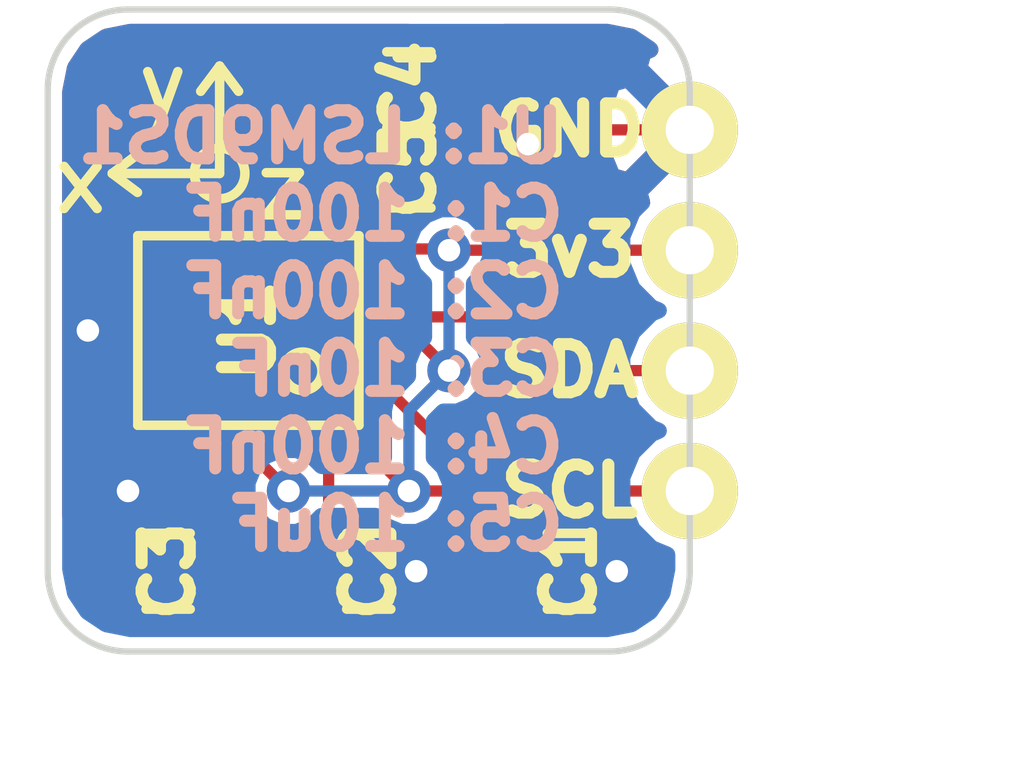
<source format=kicad_pcb>
(kicad_pcb (version 4) (host pcbnew "(2015-07-22 BZR 5980)-product")

  (general
    (links 27)
    (no_connects 0)
    (area 144.729999 100.279999 162.610001 113.080001)
    (thickness 1.6)
    (drawings 11)
    (tracks 68)
    (zones 0)
    (modules 7)
    (nets 12)
  )

  (page A4)
  (layers
    (0 F.Cu signal)
    (31 B.Cu signal)
    (32 B.Adhes user)
    (33 F.Adhes user)
    (34 B.Paste user)
    (35 F.Paste user)
    (36 B.SilkS user)
    (37 F.SilkS user)
    (38 B.Mask user)
    (39 F.Mask user)
    (40 Dwgs.User user)
    (41 Cmts.User user)
    (42 Eco1.User user)
    (43 Eco2.User user)
    (44 Edge.Cuts user)
    (45 Margin user)
    (46 B.CrtYd user)
    (47 F.CrtYd user)
    (48 B.Fab user)
    (49 F.Fab user)
  )

  (setup
    (last_trace_width 0.1778)
    (trace_clearance 0.1778)
    (zone_clearance 0.1778)
    (zone_45_only no)
    (trace_min 0.1778)
    (segment_width 0.2)
    (edge_width 0.1)
    (via_size 0.6858)
    (via_drill 0.3556)
    (via_min_size 0.6858)
    (via_min_drill 0.3556)
    (uvia_size 0.3)
    (uvia_drill 0.1)
    (uvias_allowed no)
    (uvia_min_size 0)
    (uvia_min_drill 0)
    (pcb_text_width 0.3)
    (pcb_text_size 1.5 1.5)
    (mod_edge_width 0.15)
    (mod_text_size 1 1)
    (mod_text_width 0.15)
    (pad_size 1.5 1.5)
    (pad_drill 0.6)
    (pad_to_mask_clearance 0)
    (aux_axis_origin 0 0)
    (visible_elements FFFFFF7F)
    (pcbplotparams
      (layerselection 0x00030_80000001)
      (usegerberextensions false)
      (excludeedgelayer true)
      (linewidth 0.100000)
      (plotframeref false)
      (viasonmask false)
      (mode 1)
      (useauxorigin false)
      (hpglpennumber 1)
      (hpglpenspeed 20)
      (hpglpendiameter 15)
      (hpglpenoverlay 2)
      (psnegative false)
      (psa4output false)
      (plotreference true)
      (plotvalue true)
      (plotinvisibletext false)
      (padsonsilk false)
      (subtractmaskfromsilk false)
      (outputformat 1)
      (mirror false)
      (drillshape 1)
      (scaleselection 1)
      (outputdirectory ""))
  )

  (net 0 "")
  (net 1 +3V3)
  (net 2 GND)
  (net 3 "Net-(C2-Pad1)")
  (net 4 "Net-(C3-Pad1)")
  (net 5 /SDA)
  (net 6 /SCL)
  (net 7 "Net-(U1-Pad9)")
  (net 8 "Net-(U1-Pad10)")
  (net 9 "Net-(U1-Pad11)")
  (net 10 "Net-(U1-Pad12)")
  (net 11 "Net-(U1-Pad13)")

  (net_class Default "This is the default net class."
    (clearance 0.1778)
    (trace_width 0.1778)
    (via_dia 0.6858)
    (via_drill 0.3556)
    (uvia_dia 0.3)
    (uvia_drill 0.1)
    (add_net +3V3)
    (add_net /SCL)
    (add_net /SDA)
    (add_net GND)
    (add_net "Net-(C2-Pad1)")
    (add_net "Net-(C3-Pad1)")
    (add_net "Net-(U1-Pad10)")
    (add_net "Net-(U1-Pad11)")
    (add_net "Net-(U1-Pad12)")
    (add_net "Net-(U1-Pad13)")
    (add_net "Net-(U1-Pad9)")
  )

  (module Pin_Headers:Pin_Header_Straight_1x04 (layer F.Cu) (tedit 55B7A27B) (tstamp 55B2BFCB)
    (at 162.56 107.95)
    (descr "Through hole pin header")
    (tags "pin header")
    (path /55B29D44)
    (fp_text reference P1 (at 0 -8.9) (layer F.SilkS) hide
      (effects (font (size 1 1) (thickness 0.15)))
    )
    (fp_text value CONN_01X04 (at 0 -6.9) (layer F.Fab) hide
      (effects (font (size 1 1) (thickness 0.15)))
    )
    (fp_text user SCL (at -1.905 2.54) (layer F.SilkS)
      (effects (font (size 0.762 0.762) (thickness 0.1905)))
    )
    (fp_text user SDA (at -1.905 0.635) (layer F.SilkS)
      (effects (font (size 0.762 0.762) (thickness 0.1905)))
    )
    (fp_text user GND (at -1.905 -3.175) (layer F.SilkS)
      (effects (font (size 0.762 0.762) (thickness 0.1905)))
    )
    (fp_text user 3v3 (at -1.905 -1.27) (layer F.SilkS)
      (effects (font (size 0.762 0.762) (thickness 0.1905)))
    )
    (pad 1 thru_hole circle (at 0 -3.175) (size 1.524 1.524) (drill 0.762) (layers *.Cu *.Mask F.SilkS)
      (net 2 GND))
    (pad 2 thru_hole circle (at 0 -1.27) (size 1.524 1.524) (drill 0.762) (layers *.Cu *.Mask F.SilkS)
      (net 1 +3V3))
    (pad 3 thru_hole circle (at 0 0.635) (size 1.524 1.524) (drill 0.762) (layers *.Cu *.Mask F.SilkS)
      (net 5 /SDA))
    (pad 4 thru_hole circle (at 0 2.54) (size 1.524 1.524) (drill 0.762) (layers *.Cu *.Mask F.SilkS)
      (net 6 /SCL))
    (model Pin_Headers.3dshapes/Pin_Header_Straight_1x04.wrl
      (at (xyz 0 -0.15 0))
      (scale (xyz 1 1 1))
      (rotate (xyz 0 0 90))
    )
  )

  (module LGA-24L (layer F.Cu) (tedit 55B79FC0) (tstamp 55B2BFEB)
    (at 155.575 107.95 180)
    (path /55B29330)
    (fp_text reference U1 (at 0 0 270) (layer F.SilkS)
      (effects (font (size 0.762 0.762) (thickness 0.1905)))
    )
    (fp_text value LSM9DS1 (at 0 -5.59 180) (layer F.Fab) hide
      (effects (font (size 1.5 1.5) (thickness 0.15)))
    )
    (fp_text user z (at -0.545 2.285 180) (layer F.SilkS)
      (effects (font (size 1 1) (thickness 0.15)))
    )
    (fp_circle (center 0.455 2.485) (end 0.455 2.085) (layer F.SilkS) (width 0.15))
    (fp_text user y (at 1.355 3.885 180) (layer F.SilkS)
      (effects (font (size 1 1) (thickness 0.15)))
    )
    (fp_text user x (at 2.655 2.385 180) (layer F.SilkS)
      (effects (font (size 1 1) (thickness 0.15)))
    )
    (fp_line (start 0.455 4.185) (end 0.755 3.785) (layer F.SilkS) (width 0.15))
    (fp_line (start 0.455 2.485) (end 0.455 4.185) (layer F.SilkS) (width 0.15))
    (fp_line (start 0.455 4.185) (end 0.155 3.785) (layer F.SilkS) (width 0.15))
    (fp_line (start 2.155 2.485) (end 1.755 2.785) (layer F.SilkS) (width 0.15))
    (fp_line (start 0.455 2.485) (end 2.155 2.485) (layer F.SilkS) (width 0.15))
    (fp_line (start 2.155 2.485) (end 1.755 2.185) (layer F.SilkS) (width 0.15))
    (fp_circle (center -0.86 -0.645) (end -0.645 -0.43) (layer F.SilkS) (width 0.15))
    (fp_line (start 1.75 -1.5) (end -1.75 -1.5) (layer F.SilkS) (width 0.15))
    (fp_line (start -1.75 -1.5) (end -1.75 1.5) (layer F.SilkS) (width 0.15))
    (fp_line (start 1.75 -1.5) (end 1.75 1.5) (layer F.SilkS) (width 0.15))
    (fp_line (start 1.75 1.5) (end -1.75 1.5) (layer F.SilkS) (width 0.15))
    (pad 1 smd rect (at -1.505 -1.29 180) (size 0.25 0.5) (layers F.Cu F.Paste F.Mask)
      (net 1 +3V3))
    (pad 2 smd rect (at -1.505 -0.645 180) (size 0.5 0.25) (layers F.Cu F.Paste F.Mask)
      (net 6 /SCL))
    (pad 3 smd rect (at -1.505 -0.215 180) (size 0.5 0.25) (layers F.Cu F.Paste F.Mask)
      (net 1 +3V3))
    (pad 4 smd rect (at -1.505 0.215 180) (size 0.5 0.25) (layers F.Cu F.Paste F.Mask)
      (net 5 /SDA))
    (pad 5 smd rect (at -1.505 0.645 180) (size 0.5 0.25) (layers F.Cu F.Paste F.Mask)
      (net 1 +3V3))
    (pad 6 smd rect (at -1.505 1.29 180) (size 0.25 0.5) (layers F.Cu F.Paste F.Mask)
      (net 1 +3V3))
    (pad 7 smd rect (at -1.075 1.29 180) (size 0.25 0.5) (layers F.Cu F.Paste F.Mask)
      (net 1 +3V3))
    (pad 8 smd rect (at -0.645 1.29 180) (size 0.25 0.5) (layers F.Cu F.Paste F.Mask)
      (net 1 +3V3))
    (pad 9 smd rect (at -0.215 1.29 180) (size 0.25 0.5) (layers F.Cu F.Paste F.Mask)
      (net 7 "Net-(U1-Pad9)"))
    (pad 10 smd rect (at 0.215 1.29 180) (size 0.25 0.5) (layers F.Cu F.Paste F.Mask)
      (net 8 "Net-(U1-Pad10)"))
    (pad 11 smd rect (at 0.645 1.29 180) (size 0.25 0.5) (layers F.Cu F.Paste F.Mask)
      (net 9 "Net-(U1-Pad11)"))
    (pad 12 smd rect (at 1.075 1.29 180) (size 0.25 0.5) (layers F.Cu F.Paste F.Mask)
      (net 10 "Net-(U1-Pad12)"))
    (pad 13 smd rect (at 1.505 1.29 180) (size 0.25 0.5) (layers F.Cu F.Paste F.Mask)
      (net 11 "Net-(U1-Pad13)"))
    (pad 14 smd rect (at 1.505 0.645 180) (size 0.5 0.25) (layers F.Cu F.Paste F.Mask)
      (net 2 GND))
    (pad 15 smd rect (at 1.505 0.215 180) (size 0.5 0.25) (layers F.Cu F.Paste F.Mask)
      (net 2 GND))
    (pad 16 smd rect (at 1.505 -0.215 180) (size 0.5 0.25) (layers F.Cu F.Paste F.Mask)
      (net 2 GND))
    (pad 17 smd rect (at 1.505 -0.645 180) (size 0.5 0.25) (layers F.Cu F.Paste F.Mask)
      (net 2 GND))
    (pad 18 smd rect (at 1.505 -1.29 180) (size 0.25 0.5) (layers F.Cu F.Paste F.Mask)
      (net 2 GND))
    (pad 19 smd rect (at 1.075 -1.29 180) (size 0.25 0.5) (layers F.Cu F.Paste F.Mask)
      (net 2 GND))
    (pad 20 smd rect (at 0.645 -1.29 180) (size 0.25 0.5) (layers F.Cu F.Paste F.Mask)
      (net 2 GND))
    (pad 21 smd rect (at 0.215 -1.29 180) (size 0.25 0.5) (layers F.Cu F.Paste F.Mask)
      (net 4 "Net-(C3-Pad1)"))
    (pad 22 smd rect (at -0.215 -1.29 180) (size 0.25 0.5) (layers F.Cu F.Paste F.Mask)
      (net 1 +3V3))
    (pad 23 smd rect (at -0.645 -1.29 180) (size 0.25 0.5) (layers F.Cu F.Paste F.Mask)
      (net 1 +3V3))
    (pad 24 smd rect (at -1.075 -1.29 180) (size 0.25 0.5) (layers F.Cu F.Paste F.Mask)
      (net 3 "Net-(C2-Pad1)"))
  )

  (module Capacitors_SMD:C_0603 (layer F.Cu) (tedit 55B79FCB) (tstamp 55B2BFAB)
    (at 160.655 111.76)
    (descr "Capacitor SMD 0603, reflow soldering, AVX (see smccp.pdf)")
    (tags "capacitor 0603")
    (path /55B29881)
    (attr smd)
    (fp_text reference C1 (at 0 0 90) (layer F.SilkS)
      (effects (font (size 0.762 0.762) (thickness 0.1905)))
    )
    (fp_text value 100nF (at 0 1.9) (layer F.Fab) hide
      (effects (font (size 1 1) (thickness 0.15)))
    )
    (fp_line (start -1.45 -0.75) (end 1.45 -0.75) (layer F.CrtYd) (width 0.05))
    (fp_line (start -1.45 0.75) (end 1.45 0.75) (layer F.CrtYd) (width 0.05))
    (fp_line (start -1.45 -0.75) (end -1.45 0.75) (layer F.CrtYd) (width 0.05))
    (fp_line (start 1.45 -0.75) (end 1.45 0.75) (layer F.CrtYd) (width 0.05))
    (fp_line (start -0.35 -0.6) (end 0.35 -0.6) (layer F.SilkS) (width 0.15))
    (fp_line (start 0.35 0.6) (end -0.35 0.6) (layer F.SilkS) (width 0.15))
    (pad 1 smd rect (at -0.75 0) (size 0.8 0.75) (layers F.Cu F.Paste F.Mask)
      (net 1 +3V3))
    (pad 2 smd rect (at 0.75 0) (size 0.8 0.75) (layers F.Cu F.Paste F.Mask)
      (net 2 GND))
    (model Capacitors_SMD.3dshapes/C_0603.wrl
      (at (xyz 0 0 0))
      (scale (xyz 1 1 1))
      (rotate (xyz 0 0 0))
    )
  )

  (module Capacitors_SMD:C_0603 (layer F.Cu) (tedit 55B79FC7) (tstamp 55B2BFB1)
    (at 157.48 111.76)
    (descr "Capacitor SMD 0603, reflow soldering, AVX (see smccp.pdf)")
    (tags "capacitor 0603")
    (path /55B295B0)
    (attr smd)
    (fp_text reference C2 (at 0 0 90) (layer F.SilkS)
      (effects (font (size 0.762 0.762) (thickness 0.1905)))
    )
    (fp_text value 100nF (at 0 1.9) (layer F.Fab) hide
      (effects (font (size 1 1) (thickness 0.15)))
    )
    (fp_line (start -1.45 -0.75) (end 1.45 -0.75) (layer F.CrtYd) (width 0.05))
    (fp_line (start -1.45 0.75) (end 1.45 0.75) (layer F.CrtYd) (width 0.05))
    (fp_line (start -1.45 -0.75) (end -1.45 0.75) (layer F.CrtYd) (width 0.05))
    (fp_line (start 1.45 -0.75) (end 1.45 0.75) (layer F.CrtYd) (width 0.05))
    (fp_line (start -0.35 -0.6) (end 0.35 -0.6) (layer F.SilkS) (width 0.15))
    (fp_line (start 0.35 0.6) (end -0.35 0.6) (layer F.SilkS) (width 0.15))
    (pad 1 smd rect (at -0.75 0) (size 0.8 0.75) (layers F.Cu F.Paste F.Mask)
      (net 3 "Net-(C2-Pad1)"))
    (pad 2 smd rect (at 0.75 0) (size 0.8 0.75) (layers F.Cu F.Paste F.Mask)
      (net 2 GND))
    (model Capacitors_SMD.3dshapes/C_0603.wrl
      (at (xyz 0 0 0))
      (scale (xyz 1 1 1))
      (rotate (xyz 0 0 0))
    )
  )

  (module Capacitors_SMD:C_0603 (layer F.Cu) (tedit 55B79FC5) (tstamp 55B2BFB7)
    (at 154.305 111.76 180)
    (descr "Capacitor SMD 0603, reflow soldering, AVX (see smccp.pdf)")
    (tags "capacitor 0603")
    (path /55B29531)
    (attr smd)
    (fp_text reference C3 (at 0 0 270) (layer F.SilkS)
      (effects (font (size 0.762 0.762) (thickness 0.1905)))
    )
    (fp_text value 10nF (at 0 1.9 180) (layer F.Fab) hide
      (effects (font (size 1 1) (thickness 0.15)))
    )
    (fp_line (start -1.45 -0.75) (end 1.45 -0.75) (layer F.CrtYd) (width 0.05))
    (fp_line (start -1.45 0.75) (end 1.45 0.75) (layer F.CrtYd) (width 0.05))
    (fp_line (start -1.45 -0.75) (end -1.45 0.75) (layer F.CrtYd) (width 0.05))
    (fp_line (start 1.45 -0.75) (end 1.45 0.75) (layer F.CrtYd) (width 0.05))
    (fp_line (start -0.35 -0.6) (end 0.35 -0.6) (layer F.SilkS) (width 0.15))
    (fp_line (start 0.35 0.6) (end -0.35 0.6) (layer F.SilkS) (width 0.15))
    (pad 1 smd rect (at -0.75 0 180) (size 0.8 0.75) (layers F.Cu F.Paste F.Mask)
      (net 4 "Net-(C3-Pad1)"))
    (pad 2 smd rect (at 0.75 0 180) (size 0.8 0.75) (layers F.Cu F.Paste F.Mask)
      (net 2 GND))
    (model Capacitors_SMD.3dshapes/C_0603.wrl
      (at (xyz 0 0 0))
      (scale (xyz 1 1 1))
      (rotate (xyz 0 0 0))
    )
  )

  (module Capacitors_SMD:C_0603 (layer F.Cu) (tedit 55B79FCE) (tstamp 55B2BFBD)
    (at 158.115 104.14)
    (descr "Capacitor SMD 0603, reflow soldering, AVX (see smccp.pdf)")
    (tags "capacitor 0603")
    (path /55B2994E)
    (attr smd)
    (fp_text reference C4 (at 0 0 90) (layer F.SilkS)
      (effects (font (size 0.762 0.762) (thickness 0.1905)))
    )
    (fp_text value 100nF (at 0 1.9) (layer F.Fab) hide
      (effects (font (size 1 1) (thickness 0.15)))
    )
    (fp_line (start -1.45 -0.75) (end 1.45 -0.75) (layer F.CrtYd) (width 0.05))
    (fp_line (start -1.45 0.75) (end 1.45 0.75) (layer F.CrtYd) (width 0.05))
    (fp_line (start -1.45 -0.75) (end -1.45 0.75) (layer F.CrtYd) (width 0.05))
    (fp_line (start 1.45 -0.75) (end 1.45 0.75) (layer F.CrtYd) (width 0.05))
    (fp_line (start -0.35 -0.6) (end 0.35 -0.6) (layer F.SilkS) (width 0.15))
    (fp_line (start 0.35 0.6) (end -0.35 0.6) (layer F.SilkS) (width 0.15))
    (pad 1 smd rect (at -0.75 0) (size 0.8 0.75) (layers F.Cu F.Paste F.Mask)
      (net 1 +3V3))
    (pad 2 smd rect (at 0.75 0) (size 0.8 0.75) (layers F.Cu F.Paste F.Mask)
      (net 2 GND))
    (model Capacitors_SMD.3dshapes/C_0603.wrl
      (at (xyz 0 0 0))
      (scale (xyz 1 1 1))
      (rotate (xyz 0 0 0))
    )
  )

  (module Capacitors_SMD:C_0603 (layer F.Cu) (tedit 55B79FD0) (tstamp 55B2BFC3)
    (at 158.115 105.41)
    (descr "Capacitor SMD 0603, reflow soldering, AVX (see smccp.pdf)")
    (tags "capacitor 0603")
    (path /55B2998F)
    (attr smd)
    (fp_text reference C5 (at 0 0 90) (layer F.SilkS)
      (effects (font (size 0.762 0.762) (thickness 0.1905)))
    )
    (fp_text value 10uF (at 0 1.9) (layer F.Fab) hide
      (effects (font (size 1 1) (thickness 0.15)))
    )
    (fp_line (start -1.45 -0.75) (end 1.45 -0.75) (layer F.CrtYd) (width 0.05))
    (fp_line (start -1.45 0.75) (end 1.45 0.75) (layer F.CrtYd) (width 0.05))
    (fp_line (start -1.45 -0.75) (end -1.45 0.75) (layer F.CrtYd) (width 0.05))
    (fp_line (start 1.45 -0.75) (end 1.45 0.75) (layer F.CrtYd) (width 0.05))
    (fp_line (start -0.35 -0.6) (end 0.35 -0.6) (layer F.SilkS) (width 0.15))
    (fp_line (start 0.35 0.6) (end -0.35 0.6) (layer F.SilkS) (width 0.15))
    (pad 1 smd rect (at -0.75 0) (size 0.8 0.75) (layers F.Cu F.Paste F.Mask)
      (net 1 +3V3))
    (pad 2 smd rect (at 0.75 0) (size 0.8 0.75) (layers F.Cu F.Paste F.Mask)
      (net 2 GND))
    (model Capacitors_SMD.3dshapes/C_0603.wrl
      (at (xyz 0 0 0))
      (scale (xyz 1 1 1))
      (rotate (xyz 0 0 0))
    )
  )

  (dimension 10.16 (width 0.3) (layer Cmts.User)
    (gr_text "0.4000 in" (at 157.48 115.65) (layer Cmts.User)
      (effects (font (size 1.5 1.5) (thickness 0.3)))
    )
    (feature1 (pts (xy 152.4 113.03) (xy 152.4 117)))
    (feature2 (pts (xy 162.56 113.03) (xy 162.56 117)))
    (crossbar (pts (xy 162.56 114.3) (xy 152.4 114.3)))
    (arrow1a (pts (xy 152.4 114.3) (xy 153.526504 113.713579)))
    (arrow1b (pts (xy 152.4 114.3) (xy 153.526504 114.886421)))
    (arrow2a (pts (xy 162.56 114.3) (xy 161.433496 113.713579)))
    (arrow2b (pts (xy 162.56 114.3) (xy 161.433496 114.886421)))
  )
  (gr_text "U1: LSM9DS1\nC1: 100nF\nC2: 100nF\nC3: 10nF\nC4: 100nF\nC5: 10uF" (at 160.655 107.95) (layer B.SilkS)
    (effects (font (size 0.762 0.762) (thickness 0.1905)) (justify left mirror))
  )
  (gr_arc (start 153.67 111.76) (end 153.67 113.03) (angle 90) (layer Edge.Cuts) (width 0.1))
  (gr_arc (start 153.67 104.14) (end 152.4 104.14) (angle 90) (layer Edge.Cuts) (width 0.1))
  (gr_arc (start 161.29 104.14) (end 161.29 102.87) (angle 90) (layer Edge.Cuts) (width 0.1))
  (gr_arc (start 161.29 111.76) (end 162.56 111.76) (angle 90) (layer Edge.Cuts) (width 0.1))
  (gr_line (start 152.4 111.76) (end 152.4 104.14) (angle 90) (layer Edge.Cuts) (width 0.1))
  (gr_line (start 161.29 113.03) (end 153.67 113.03) (angle 90) (layer Edge.Cuts) (width 0.1))
  (gr_line (start 153.67 102.87) (end 161.29 102.87) (angle 90) (layer Edge.Cuts) (width 0.1))
  (gr_line (start 162.56 111.76) (end 162.56 104.14) (angle 90) (layer Edge.Cuts) (width 0.1))
  (dimension 10.16 (width 0.3) (layer Cmts.User)
    (gr_text "0.4000 in" (at 165.18 107.95 90) (layer Cmts.User)
      (effects (font (size 1.5 1.5) (thickness 0.3)))
    )
    (feature1 (pts (xy 162.56 102.87) (xy 166.53 102.87)))
    (feature2 (pts (xy 162.56 113.03) (xy 166.53 113.03)))
    (crossbar (pts (xy 163.83 113.03) (xy 163.83 102.87)))
    (arrow1a (pts (xy 163.83 102.87) (xy 164.416421 103.996504)))
    (arrow1b (pts (xy 163.83 102.87) (xy 163.243579 103.996504)))
    (arrow2a (pts (xy 163.83 113.03) (xy 164.416421 111.903496)))
    (arrow2b (pts (xy 163.83 113.03) (xy 163.243579 111.903496)))
  )

  (segment (start 158.75 106.68) (end 162.56 106.68) (width 0.1778) (layer F.Cu) (net 1))
  (segment (start 158.73 106.66) (end 157.08 106.66) (width 0.1778) (layer F.Cu) (net 1) (tstamp 55B7A44E))
  (segment (start 158.75 106.68) (end 158.73 106.66) (width 0.1778) (layer F.Cu) (net 1) (tstamp 55B7A44D))
  (segment (start 157.365 104.14) (end 157.365 105.41) (width 0.1778) (layer F.Cu) (net 1))
  (segment (start 157.08 106.66) (end 157.08 105.695) (width 0.1778) (layer F.Cu) (net 1))
  (segment (start 157.08 105.695) (end 157.365 105.41) (width 0.1778) (layer F.Cu) (net 1) (tstamp 55B7A43E))
  (segment (start 157.08 108.165) (end 158.33 108.165) (width 0.1778) (layer F.Cu) (net 1))
  (segment (start 158.33 108.165) (end 158.75 108.585) (width 0.1778) (layer F.Cu) (net 1) (tstamp 55B7A0D4))
  (segment (start 159.905 111.76) (end 159.905 111.645) (width 0.1778) (layer F.Cu) (net 1))
  (segment (start 159.905 111.645) (end 158.75 110.49) (width 0.1778) (layer F.Cu) (net 1) (tstamp 55B7A0C8))
  (segment (start 158.115 110.49) (end 158.75 110.49) (width 0.1778) (layer F.Cu) (net 1))
  (segment (start 157.08 107.305) (end 157.08 106.66) (width 0.1778) (layer F.Cu) (net 1))
  (segment (start 157.08 106.66) (end 156.65 106.66) (width 0.1778) (layer F.Cu) (net 1))
  (segment (start 156.22 109.24) (end 155.79 109.24) (width 0.1778) (layer F.Cu) (net 1))
  (segment (start 157.08 109.24) (end 157.08 109.455) (width 0.1778) (layer F.Cu) (net 1))
  (segment (start 157.08 109.455) (end 158.115 110.49) (width 0.1778) (layer F.Cu) (net 1) (tstamp 55B2C2EE))
  (segment (start 155.79 109.24) (end 155.79 110.07) (width 0.1778) (layer F.Cu) (net 1))
  (segment (start 155.79 110.07) (end 156.21 110.49) (width 0.1778) (layer F.Cu) (net 1) (tstamp 55B2C2E4))
  (segment (start 156.22 106.66) (end 156.65 106.66) (width 0.1778) (layer F.Cu) (net 1))
  (segment (start 158.75 108.585) (end 158.75 106.68) (width 0.1778) (layer B.Cu) (net 1))
  (via (at 158.75 106.68) (size 0.6858) (drill 0.3556) (layers F.Cu B.Cu) (net 1))
  (segment (start 158.115 110.49) (end 158.115 109.22) (width 0.1778) (layer B.Cu) (net 1))
  (segment (start 158.115 109.22) (end 158.75 108.585) (width 0.1778) (layer B.Cu) (net 1) (tstamp 55B7A0E5))
  (via (at 158.75 108.585) (size 0.6858) (drill 0.3556) (layers F.Cu B.Cu) (net 1))
  (via (at 158.115 110.49) (size 0.6858) (drill 0.3556) (layers F.Cu B.Cu) (net 1))
  (segment (start 156.21 110.49) (end 158.115 110.49) (width 0.1778) (layer B.Cu) (net 1) (tstamp 55B2C2E6))
  (via (at 156.21 110.49) (size 0.6858) (drill 0.3556) (layers F.Cu B.Cu) (net 1))
  (segment (start 158.865 105) (end 160 105) (width 0.1778) (layer F.Cu) (net 2))
  (via (at 160 105) (size 0.6858) (drill 0.3556) (layers F.Cu B.Cu) (net 2))
  (via (at 161.405 111.76) (size 0.6858) (drill 0.3556) (layers F.Cu B.Cu) (net 2))
  (segment (start 161 112) (end 161.165 112) (width 0.1778) (layer B.Cu) (net 2) (tstamp 55B7A4ED))
  (segment (start 161.165 112) (end 161.405 111.76) (width 0.1778) (layer B.Cu) (net 2) (tstamp 55B7A4EC))
  (via (at 158.23 111.76) (size 0.6858) (drill 0.3556) (layers F.Cu B.Cu) (net 2))
  (segment (start 158 112) (end 158 111.99) (width 0.1778) (layer B.Cu) (net 2) (tstamp 55B7A4E5))
  (segment (start 158 111.99) (end 158.23 111.76) (width 0.1778) (layer B.Cu) (net 2) (tstamp 55B7A4E4))
  (segment (start 158.865 104.14) (end 160.02 104.14) (width 0.1778) (layer F.Cu) (net 2))
  (segment (start 160.655 104.775) (end 162.56 104.775) (width 0.1778) (layer F.Cu) (net 2) (tstamp 55B7A47D))
  (segment (start 160.02 104.14) (end 160.655 104.775) (width 0.1778) (layer F.Cu) (net 2) (tstamp 55B7A47C))
  (segment (start 158.865 104.14) (end 158.865 105) (width 0.1778) (layer F.Cu) (net 2))
  (segment (start 158.865 105) (end 158.865 105.41) (width 0.1778) (layer F.Cu) (net 2) (tstamp 55B7A4F1))
  (segment (start 153.67 110.49) (end 153.67 109.64) (width 0.1778) (layer F.Cu) (net 2))
  (segment (start 153.555 111.24) (end 153.67 111.125) (width 0.1778) (layer F.Cu) (net 2) (tstamp 55B7A396))
  (segment (start 153.67 111.125) (end 153.67 110.49) (width 0.1778) (layer F.Cu) (net 2) (tstamp 55B7A397))
  (via (at 153.67 110.49) (size 0.6858) (drill 0.3556) (layers F.Cu B.Cu) (net 2))
  (segment (start 153.555 111.76) (end 153.555 111.24) (width 0.1778) (layer F.Cu) (net 2))
  (segment (start 153.67 109.64) (end 154.07 109.24) (width 0.1778) (layer F.Cu) (net 2) (tstamp 55B7A39C))
  (segment (start 154.07 108.165) (end 153.25 108.165) (width 0.1778) (layer F.Cu) (net 2))
  (via (at 153.035 107.95) (size 0.6858) (drill 0.3556) (layers F.Cu B.Cu) (net 2))
  (segment (start 153.25 108.165) (end 153.035 107.95) (width 0.1778) (layer F.Cu) (net 2) (tstamp 55B2C31B))
  (segment (start 154.5 109.24) (end 154.93 109.24) (width 0.1778) (layer F.Cu) (net 2))
  (segment (start 154.07 109.24) (end 154.5 109.24) (width 0.1778) (layer F.Cu) (net 2))
  (segment (start 154.07 109.24) (end 154.07 108.595) (width 0.1778) (layer F.Cu) (net 2))
  (segment (start 154.07 108.595) (end 154.07 108.165) (width 0.1778) (layer F.Cu) (net 2))
  (segment (start 154.07 108.165) (end 154.07 107.735) (width 0.1778) (layer F.Cu) (net 2))
  (segment (start 154.07 107.305) (end 154.07 107.735) (width 0.1778) (layer F.Cu) (net 2))
  (segment (start 156.65 109.24) (end 156.65 109.66) (width 0.1778) (layer F.Cu) (net 3))
  (segment (start 156.845 109.855) (end 156.845 111.645) (width 0.1778) (layer F.Cu) (net 3) (tstamp 55B2C2DF))
  (segment (start 156.65 109.66) (end 156.845 109.855) (width 0.1778) (layer F.Cu) (net 3) (tstamp 55B2C2DE))
  (segment (start 156.845 111.645) (end 156.73 111.76) (width 0.1778) (layer F.Cu) (net 3) (tstamp 55B2C2E0))
  (segment (start 155.36 109.24) (end 155.36 110.07) (width 0.1778) (layer F.Cu) (net 4))
  (segment (start 155.055 110.375) (end 155.055 111.76) (width 0.1778) (layer F.Cu) (net 4) (tstamp 55B2C2D6))
  (segment (start 155.36 110.07) (end 155.055 110.375) (width 0.1778) (layer F.Cu) (net 4) (tstamp 55B2C2D5))
  (segment (start 162.56 108.585) (end 160.02 108.585) (width 0.1778) (layer F.Cu) (net 5))
  (segment (start 157.08 107.735) (end 159.17 107.735) (width 0.1778) (layer F.Cu) (net 5))
  (segment (start 159.17 107.735) (end 160.02 108.585) (width 0.1778) (layer F.Cu) (net 5) (tstamp 55B7A0E8))
  (segment (start 157.08 108.595) (end 157.49 108.595) (width 0.1778) (layer F.Cu) (net 6))
  (segment (start 159.385 110.49) (end 162.56 110.49) (width 0.1778) (layer F.Cu) (net 6) (tstamp 55B7A0CF))
  (segment (start 157.49 108.595) (end 159.385 110.49) (width 0.1778) (layer F.Cu) (net 6) (tstamp 55B7A0CE))

  (zone (net 2) (net_name GND) (layer F.Cu) (tstamp 55B2C306) (hatch edge 0.508)
    (connect_pads (clearance 0.1778))
    (min_thickness 0.254)
    (fill yes (arc_segments 16) (thermal_gap 0.508) (thermal_bridge_width 0.508))
    (polygon
      (pts
        (xy 152.4 102.87) (xy 162.56 102.87) (xy 162.56 113.03) (xy 152.4 113.03)
      )
    )
    (filled_polygon
      (pts
        (xy 161.532 111.633) (xy 161.552 111.633) (xy 161.552 111.887) (xy 161.532 111.887) (xy 161.532 111.907)
        (xy 161.278 111.907) (xy 161.278 111.887) (xy 161.258 111.887) (xy 161.258 111.633) (xy 161.278 111.633)
        (xy 161.278 111.613) (xy 161.532 111.613) (xy 161.532 111.633)
      )
    )
    (filled_polygon
      (pts
        (xy 158.357 111.633) (xy 158.377 111.633) (xy 158.377 111.887) (xy 158.357 111.887) (xy 158.357 111.907)
        (xy 158.103 111.907) (xy 158.103 111.887) (xy 158.083 111.887) (xy 158.083 111.633) (xy 158.103 111.633)
        (xy 158.103 111.613) (xy 158.357 111.613) (xy 158.357 111.633)
      )
    )
    (filled_polygon
      (pts
        (xy 158.105302 103.226673) (xy 157.926673 103.405301) (xy 157.893912 103.484392) (xy 157.884827 103.478259) (xy 157.765 103.454229)
        (xy 156.965 103.454229) (xy 156.848781 103.476778) (xy 156.746635 103.543877) (xy 156.678259 103.645173) (xy 156.654229 103.765)
        (xy 156.654229 104.515) (xy 156.676778 104.631219) (xy 156.743877 104.733365) (xy 156.805686 104.775087) (xy 156.746635 104.813877)
        (xy 156.678259 104.915173) (xy 156.654229 105.035) (xy 156.654229 105.785) (xy 156.676778 105.901219) (xy 156.6863 105.915715)
        (xy 156.6863 106.099229) (xy 156.525 106.099229) (xy 156.433513 106.116979) (xy 156.345 106.099229) (xy 156.095 106.099229)
        (xy 156.003513 106.116979) (xy 155.915 106.099229) (xy 155.665 106.099229) (xy 155.573513 106.116979) (xy 155.485 106.099229)
        (xy 155.235 106.099229) (xy 155.143513 106.116979) (xy 155.055 106.099229) (xy 154.805 106.099229) (xy 154.713513 106.116979)
        (xy 154.625 106.099229) (xy 154.375 106.099229) (xy 154.283513 106.116979) (xy 154.195 106.099229) (xy 153.945 106.099229)
        (xy 153.828781 106.121778) (xy 153.726635 106.188877) (xy 153.658259 106.290173) (xy 153.634229 106.41) (xy 153.634229 106.56963)
        (xy 153.460302 106.641673) (xy 153.281673 106.820301) (xy 153.185 107.05369) (xy 153.185 107.08375) (xy 153.316612 107.215362)
        (xy 153.281673 107.250301) (xy 153.185 107.48369) (xy 153.185 107.51375) (xy 153.19125 107.52) (xy 153.185 107.52625)
        (xy 153.185 107.55631) (xy 153.259016 107.735) (xy 153.185 107.91369) (xy 153.185 107.94375) (xy 153.19125 107.95)
        (xy 153.185 107.95625) (xy 153.185 107.98631) (xy 153.259016 108.165) (xy 153.185 108.34369) (xy 153.185 108.37375)
        (xy 153.19125 108.38) (xy 153.185 108.38625) (xy 153.185 108.41631) (xy 153.281673 108.649699) (xy 153.316612 108.684638)
        (xy 153.185 108.81625) (xy 153.185 108.84631) (xy 153.281673 109.079699) (xy 153.460302 109.258327) (xy 153.693691 109.355)
        (xy 153.74 109.355) (xy 153.74 109.365) (xy 153.46875 109.365) (xy 153.31 109.52375) (xy 153.31 109.61631)
        (xy 153.406673 109.849699) (xy 153.585302 110.028327) (xy 153.818691 110.125) (xy 153.84875 110.125) (xy 153.980362 109.993388)
        (xy 154.015302 110.028327) (xy 154.248691 110.125) (xy 154.27875 110.125) (xy 154.285 110.11875) (xy 154.29125 110.125)
        (xy 154.321309 110.125) (xy 154.5 110.050984) (xy 154.678691 110.125) (xy 154.70875 110.125) (xy 154.715 110.11875)
        (xy 154.72125 110.125) (xy 154.751309 110.125) (xy 154.760068 110.121372) (xy 154.691269 110.224337) (xy 154.691269 110.224338)
        (xy 154.6613 110.375) (xy 154.6613 111.074229) (xy 154.655 111.074229) (xy 154.538781 111.096778) (xy 154.526323 111.104961)
        (xy 154.493327 111.025301) (xy 154.314698 110.846673) (xy 154.081309 110.75) (xy 153.84075 110.75) (xy 153.682 110.90875)
        (xy 153.682 111.633) (xy 153.702 111.633) (xy 153.702 111.887) (xy 153.682 111.887) (xy 153.682 111.907)
        (xy 153.428 111.907) (xy 153.428 111.887) (xy 153.408 111.887) (xy 153.408 111.633) (xy 153.428 111.633)
        (xy 153.428 110.90875) (xy 153.26925 110.75) (xy 153.028691 110.75) (xy 152.795302 110.846673) (xy 152.7548 110.887175)
        (xy 152.7548 104.174947) (xy 152.830888 103.792428) (xy 153.027769 103.497772) (xy 153.322428 103.300888) (xy 153.704947 103.2248)
        (xy 158.109824 103.2248) (xy 158.105302 103.226673)
      )
    )
    (filled_polygon
      (pts
        (xy 154.195 107.86) (xy 153.945 107.86) (xy 153.945 107.61) (xy 154.195 107.61) (xy 154.195 107.86)
      )
    )
    (filled_polygon
      (pts
        (xy 161.637572 103.300888) (xy 161.932228 103.497769) (xy 161.938517 103.50718) (xy 161.828857 103.552603) (xy 161.759392 103.794787)
        (xy 162.2052 104.240595) (xy 162.2052 104.599805) (xy 161.579787 103.974392) (xy 161.337603 104.043857) (xy 161.150856 104.567302)
        (xy 161.178638 105.122368) (xy 161.337603 105.506143) (xy 161.579787 105.575608) (xy 162.2052 104.950195) (xy 162.2052 105.309405)
        (xy 161.759392 105.755213) (xy 161.807697 105.923623) (xy 161.656138 106.074917) (xy 161.568364 106.2863) (xy 159.661725 106.2863)
        (xy 159.803327 106.144699) (xy 159.9 105.91131) (xy 159.9 105.69575) (xy 159.74125 105.537) (xy 158.992 105.537)
        (xy 158.992 105.557) (xy 158.738 105.557) (xy 158.738 105.537) (xy 158.718 105.537) (xy 158.718 105.283)
        (xy 158.738 105.283) (xy 158.738 104.267) (xy 158.992 104.267) (xy 158.992 105.283) (xy 159.74125 105.283)
        (xy 159.9 105.12425) (xy 159.9 104.90869) (xy 159.844624 104.775) (xy 159.9 104.64131) (xy 159.9 104.42575)
        (xy 159.74125 104.267) (xy 158.992 104.267) (xy 158.738 104.267) (xy 158.738 104.267) (xy 158.718 104.267)
        (xy 158.718 104.013) (xy 158.738 104.013) (xy 158.738 103.993) (xy 158.992 103.993) (xy 158.992 104.013)
        (xy 159.74125 104.013) (xy 159.9 103.85425) (xy 159.9 103.63869) (xy 159.803327 103.405301) (xy 159.624698 103.226673)
        (xy 159.620176 103.2248) (xy 161.255053 103.2248) (xy 161.637572 103.300888)
      )
    )
  )
  (zone (net 2) (net_name GND) (layer B.Cu) (tstamp 55B2C306) (hatch edge 0.508)
    (connect_pads (clearance 0.1778))
    (min_thickness 0.254)
    (fill yes (arc_segments 16) (thermal_gap 0.508) (thermal_bridge_width 0.508))
    (polygon
      (pts
        (xy 152.4 102.87) (xy 162.56 102.87) (xy 162.56 113.03) (xy 152.4 113.03)
      )
    )
    (filled_polygon
      (pts
        (xy 161.637572 103.300888) (xy 161.932228 103.497769) (xy 161.938517 103.50718) (xy 161.828857 103.552603) (xy 161.759392 103.794787)
        (xy 162.2052 104.240595) (xy 162.2052 104.599805) (xy 161.579787 103.974392) (xy 161.337603 104.043857) (xy 161.150856 104.567302)
        (xy 161.178638 105.122368) (xy 161.337603 105.506143) (xy 161.579787 105.575608) (xy 162.2052 104.950195) (xy 162.2052 105.309405)
        (xy 161.759392 105.755213) (xy 161.807697 105.923623) (xy 161.656138 106.074917) (xy 161.493385 106.466869) (xy 161.493015 106.891269)
        (xy 161.655084 107.283504) (xy 161.954917 107.583862) (xy 162.071854 107.632419) (xy 161.956496 107.680084) (xy 161.656138 107.979917)
        (xy 161.493385 108.371869) (xy 161.493015 108.796269) (xy 161.655084 109.188504) (xy 161.954917 109.488862) (xy 162.071854 109.537419)
        (xy 161.956496 109.585084) (xy 161.656138 109.884917) (xy 161.493385 110.276869) (xy 161.493015 110.701269) (xy 161.655084 111.093504)
        (xy 161.954917 111.393862) (xy 162.2052 111.497789) (xy 162.2052 111.725053) (xy 162.129112 112.107572) (xy 161.932228 112.402231)
        (xy 161.637572 112.599112) (xy 161.255053 112.6752) (xy 153.704947 112.6752) (xy 153.322428 112.599112) (xy 153.027769 112.402228)
        (xy 152.830888 112.107572) (xy 152.7548 111.725053) (xy 152.7548 110.61827) (xy 155.562188 110.61827) (xy 155.660587 110.856413)
        (xy 155.842628 111.038773) (xy 156.080599 111.137587) (xy 156.33827 111.137812) (xy 156.576413 111.039413) (xy 156.732399 110.8837)
        (xy 157.592826 110.8837) (xy 157.747628 111.038773) (xy 157.985599 111.137587) (xy 158.24327 111.137812) (xy 158.481413 111.039413)
        (xy 158.663773 110.857372) (xy 158.762587 110.619401) (xy 158.762812 110.36173) (xy 158.664413 110.123587) (xy 158.5087 109.967601)
        (xy 158.5087 109.383076) (xy 158.659155 109.232621) (xy 158.87827 109.232812) (xy 159.116413 109.134413) (xy 159.298773 108.952372)
        (xy 159.397587 108.714401) (xy 159.397812 108.45673) (xy 159.299413 108.218587) (xy 159.1437 108.062601) (xy 159.1437 107.202174)
        (xy 159.298773 107.047372) (xy 159.397587 106.809401) (xy 159.397812 106.55173) (xy 159.299413 106.313587) (xy 159.117372 106.131227)
        (xy 158.879401 106.032413) (xy 158.62173 106.032188) (xy 158.383587 106.130587) (xy 158.201227 106.312628) (xy 158.102413 106.550599)
        (xy 158.102188 106.80827) (xy 158.200587 107.046413) (xy 158.3563 107.202399) (xy 158.3563 108.062826) (xy 158.201227 108.217628)
        (xy 158.102413 108.455599) (xy 158.102221 108.676003) (xy 157.836612 108.941612) (xy 157.751269 109.069337) (xy 157.727565 109.188504)
        (xy 157.7213 109.22) (xy 157.7213 109.967826) (xy 157.592601 110.0963) (xy 156.732174 110.0963) (xy 156.577372 109.941227)
        (xy 156.339401 109.842413) (xy 156.08173 109.842188) (xy 155.843587 109.940587) (xy 155.661227 110.122628) (xy 155.562413 110.360599)
        (xy 155.562188 110.61827) (xy 152.7548 110.61827) (xy 152.7548 104.174947) (xy 152.830888 103.792428) (xy 153.027769 103.497772)
        (xy 153.322428 103.300888) (xy 153.704947 103.2248) (xy 161.255053 103.2248) (xy 161.637572 103.300888)
      )
    )
  )
)

</source>
